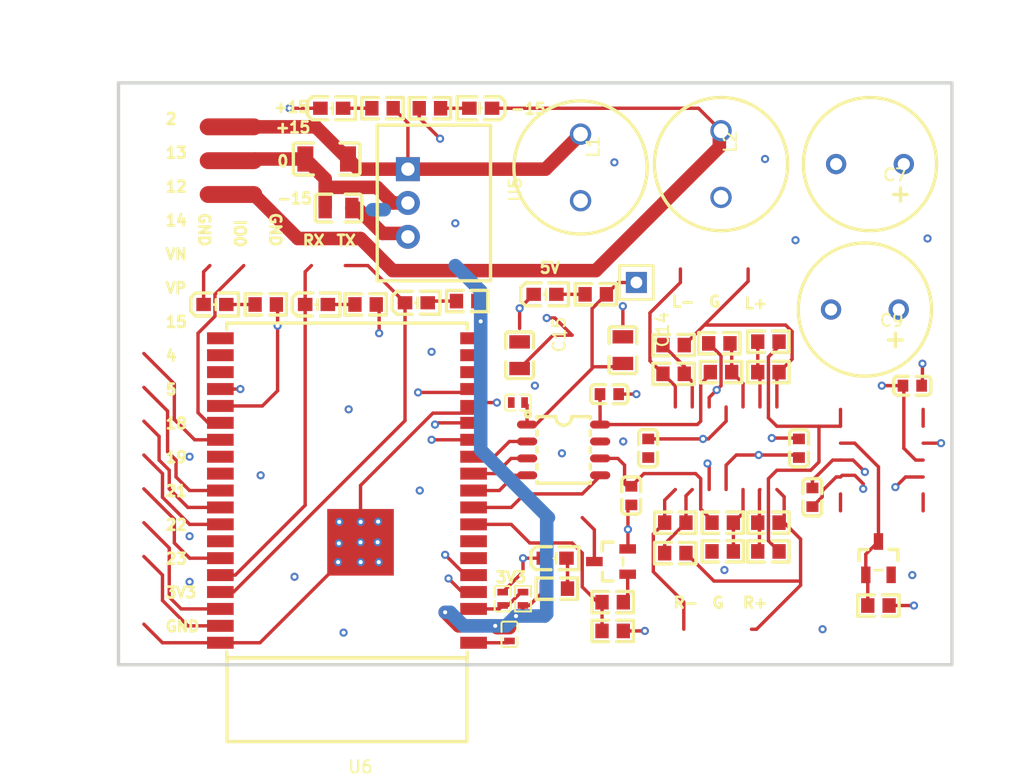
<source format=kicad_pcb>
(kicad_pcb (version 20240108) (generator "pcbnew") (generator_version "8.0")
  (layers (0 "F.Cu" signal "TopLayer") (1 "In1.Cu" signal "Inner1") (2 "In2.Cu" signal "Inner2") (31 "B.Cu" signal "BottomLayer") (34 "B.Paste" user "BottomPasteMaskLayer") (35 "F.Paste" user "TopPasteMaskLayer") (36 "B.SilkS" user "BottomSilkLayer") (37 "F.SilkS" user "TopSilkLayer") (38 "B.Mask" user "BottomSolderMaskLayer") (39 "F.Mask" user "TopSolderMaskLayer") (44 "Edge.Cuts" user "BoardOutLine"))
  (net 0 "")
  (net 1 "3.3V")
  (net 2 "-VCLEAN")
  (net 3 "GND")
  (net 4 "+VCLEAN")
  (net 5 "IO14")
  (net 6 "IO2")
  (net 7 "IO13")
  (net 8 "IO12")
  (net 9 "SENSOR_VN")
  (net 10 "SENSOR_VP")
  (net 11 "IO15")
  (net 12 "L")
  (net 13 "R")
  (net 14 "5V")
  (net 15 "-15V")
  (net 16 "IO4")
  (net 17 "IO5")
  (net 18 "IO18")
  (net 19 "IO19")
  (net 20 "IO21")
  (net 21 "IO22")
  (net 22 "IO23")
  (net 23 "TX")
  (net 24 "RX")
  (net 25 "LED_RX1_1")
  (net 26 "LED_2_1")
  (net 27 "LED_TX1_1")
  (net 28 "LON")
  (net 29 "LDAC")
  (net 30 "SDI")
  (net 31 "R16_1")
  (net 32 "R14_2")
  (net 33 "LED_33_1")
  (net 34 "LASER-")
  (net 35 "LED_5_1")
  (net 36 "VREF")
  (net 37 "SCK")
  (net 38 "CS")
  (net 39 "VREF_B")
  (net 40 "R9_1")
  (net 41 "R1_1")
  (net 42 "R2_2")
  (net 43 "R+")
  (net 44 "L+")
  (net 45 "L-")
  (net 46 "R6_2")
  (net 47 "R5_2")
  (net 48 "R-")
  (net 49 "R11_1")
  (net 50 "+15V")
  (net 51 "R17_1")
  (net 52 "R18_1")
  (net 53 "IO0")
  (footprint "BackupProjects_benedictdied_personal_0_20240606:CAP-D10.0×F5.0" (layer "F.Cu") (at 170.165 88.697 180)
    (property "Reference" "C7")
    (property "Value" "1000u" (hide yes))
  )
  (footprint "BackupProjects_benedictdied_personal_0_20240606:LED0603-R-RD" (layer "F.Cu") (at 146.543 118.288)
    (property "Reference" "LED_33" (hide yes))
    (property "Value" "19-213/Y2C-CQ2R2L/3T(CY)" (hide yes))
  )
  (footprint "BackupProjects_benedictdied_personal_0_20240606:LED0603-R-RD" (layer "F.Cu") (at 145.781 98.476)
    (property "Reference" "LED_5" (hide yes))
    (property "Value" "19-213/Y2C-CQ2R2L/3T(CY)" (hide yes))
  )
  (footprint "BackupProjects_benedictdied_personal_0_20240606:C0603" (layer "F.Cu") (at 150.607 105.969 180)
    (property "Reference" "C6" (hide yes))
    (property "Value" "1uF" (hide yes))
  )
  (footprint "BackupProjects_benedictdied_personal_0_20240606:IND-TH_BD10.0-P5.00-D0.7" (layer "F.Cu") (at 158.989 88.697 -90)
    (property "Reference" "L2")
    (property "Value" "10m" (hide yes))
  )
  (footprint "BackupProjects_benedictdied_personal_0_20240606:R0603" (layer "F.Cu") (at 155.4311 102.286 180)
    (property "Reference" "R10" (hide yes))
    (property "Value" "10K" (hide yes))
  )
  (footprint "BackupProjects_benedictdied_personal_0_20240606:IND-TH_BD10.0-P5.00-D0.7" (layer "F.Cu") (at 148.448 88.951 -90)
    (property "Reference" "L1")
    (property "Value" "10m" (hide yes))
  )
  (footprint "BackupProjects_benedictdied_personal_0_20240606:R0603" (layer "F.Cu") (at 139.939 98.984)
    (property "Reference" "R25" (hide yes))
    (property "Value" "10K" (hide yes))
  )
  (footprint "BackupProjects_benedictdied_personal_0_20240606:R0603" (layer "F.Cu") (at 133.589 84.506)
    (property "Reference" "R17" (hide yes))
    (property "Value" "10K" (hide yes))
  )
  (footprint "BackupProjects_benedictdied_personal_0_20240606:R0603" (layer "F.Cu") (at 162.5431 117.78 180)
    (property "Reference" "R4" (hide yes))
    (property "Value" "10K" (hide yes))
  )
  (footprint "BackupProjects_benedictdied_personal_0_20240606:R0402" (layer "F.Cu") (at 144.13 121.336 -90)
    (property "Reference" "R16" (hide yes))
    (property "Value" "10K" (hide yes))
  )
  (footprint "BackupProjects_benedictdied_personal_0_20240606:LED0603-R-RD" (layer "F.Cu") (at 136.129 99.111)
    (property "Reference" "LED_TX1" (hide yes))
    (property "Value" "19-213/Y2C-CQ2R2L/3T(CY)" (hide yes))
  )
  (footprint "BackupProjects_benedictdied_personal_0_20240606:Hole_gge7236" (layer "F.Cu") (at 143.495 94.285)
    (property "Reference" "Hole_gge7236" (hide yes))
    (property "Value" "Hole_gge7236" (hide yes))
  )
  (footprint "BackupProjects_benedictdied_personal_0_20240606:R0603" (layer "F.Cu") (at 150.8591 121.59)
    (property "Reference" "R14" (hide yes))
    (property "Value" "100" (hide yes))
  )
  (footprint "BackupProjects_benedictdied_personal_0_20240606:C0603" (layer "F.Cu") (at 173.34 105.334 180)
    (property "Reference" "C8" (hide yes))
    (property "Value" "100nF" (hide yes))
  )
  (footprint "BackupProjects_benedictdied_personal_0_20240606:C0805" (layer "F.Cu") (at 143.876 103.048 -90)
    (property "Reference" "C15")
    (property "Value" "10uF" (hide yes))
  )
  (footprint "BackupProjects_benedictdied_personal_0_20240606:C0603" (layer "F.Cu") (at 164.831 110.033 -90)
    (property "Reference" "C13" (hide yes))
    (property "Value" "100nF" (hide yes))
  )
  (footprint "BackupProjects_benedictdied_personal_0_20240606:CAP-D10.0×F5.0" (layer "F.Cu") (at 169.784 99.619 180)
    (property "Reference" "C9")
    (property "Value" "1000u" (hide yes))
  )
  (footprint "BackupProjects_benedictdied_personal_0_20240606:R0603" (layer "F.Cu") (at 155.5581 117.907 180)
    (property "Reference" "R12" (hide yes))
    (property "Value" "10K" (hide yes))
  )
  (footprint "BackupProjects_benedictdied_personal_0_20240606:C0805" (layer "F.Cu") (at 151.623 102.667 -90)
    (property "Reference" "C14")
    (property "Value" "10uF" (hide yes))
  )
  (footprint "BackupProjects_benedictdied_personal_0_20240606:PWRM-TH_K78XXM-1000R3" (layer "F.Cu") (at 135.494 91.618 -90)
    (property "Reference" "U5")
    (property "Value" "K7803M-1000R3" (hide yes))
  )
  (footprint "BackupProjects_benedictdied_personal_0_20240606:R0603" (layer "F.Cu") (at 155.5581 115.621 180)
    (property "Reference" "R11" (hide yes))
    (property "Value" "10K" (hide yes))
  )
  (footprint "BackupProjects_benedictdied_personal_0_20240606:Hole_gge7226" (layer "F.Cu") (at 174.229 124.257)
    (property "Reference" "Hole_gge7226" (hide yes))
    (property "Value" "Hole_gge7226" (hide yes))
  )
  (footprint "BackupProjects_benedictdied_personal_0_20240606:R0603" (layer "F.Cu") (at 162.5431 102.032 180)
    (property "Reference" "R6" (hide yes))
    (property "Value" "10K" (hide yes))
  )
  (footprint "BackupProjects_benedictdied_personal_0_20240606:LED0603-R-RD" (layer "F.Cu") (at 140.955 84.506 180)
    (property "Reference" "LED_-15" (hide yes))
    (property "Value" "19-213/Y2C-CQ2R2L/3T(CY)" (hide yes))
  )
  (footprint "BackupProjects_benedictdied_personal_0_20240606:C0402" (layer "F.Cu") (at 143.114 124.003 -90)
    (property "Reference" "C11" (hide yes))
    (property "Value" "10uF" (hide yes))
  )
  (footprint "BackupProjects_benedictdied_personal_0_20240606:R0603" (layer "F.Cu") (at 170.8 121.844)
    (property "Reference" "R15" (hide yes))
    (property "Value" "10K" (hide yes))
  )
  (footprint "BackupProjects_benedictdied_personal_0_20240606:R0603" (layer "F.Cu") (at 162.5431 115.621)
    (property "Reference" "R1" (hide yes))
    (property "Value" "20K" (hide yes))
  )
  (footprint "BackupProjects_benedictdied_personal_0_20240606:C0603" (layer "F.Cu") (at 153.528 110.033 90)
    (property "Reference" "C17" (hide yes))
    (property "Value" "100nF" (hide yes))
  )
  (footprint "BackupProjects_benedictdied_personal_0_20240606:C0603" (layer "F.Cu") (at 152.258 113.589 90)
    (property "Reference" "C5" (hide yes))
    (property "Value" "1uF" (hide yes))
  )
  (footprint "BackupProjects_benedictdied_personal_0_20240606:R0603" (layer "F.Cu") (at 159.1141 115.621)
    (property "Reference" "R3" (hide yes))
    (property "Value" "10K" (hide yes))
  )
  (footprint "BackupProjects_benedictdied_personal_0_20240606:R0603" (layer "F.Cu") (at 162.5431 104.318)
    (property "Reference" "R7" (hide yes))
    (property "Value" "20K" (hide yes))
  )
  (footprint "BackupProjects_benedictdied_personal_0_20240606:LED0603-R-RD" (layer "F.Cu") (at 129.779 84.506)
    (property "Reference" "LED_15" (hide yes))
    (property "Value" "19-213/Y2C-CQ2R2L/3T(CY)" (hide yes))
  )
  (footprint "BackupProjects_benedictdied_personal_0_20240606:R0603" (layer "F.Cu") (at 149.5891 98.476)
    (property "Reference" "R23" (hide yes))
    (property "Value" "10K" (hide yes))
  )
  (footprint "BackupProjects_benedictdied_personal_0_20240606:R0603" (layer "F.Cu") (at 155.4311 104.445 180)
    (property "Reference" "R9" (hide yes))
    (property "Value" "10K" (hide yes))
  )
  (footprint "BackupProjects_benedictdied_personal_0_20240606:R0603" (layer "F.Cu") (at 132.319 99.238)
    (property "Reference" "R24" (hide yes))
    (property "Value" "10K" (hide yes))
  )
  (footprint "BackupProjects_benedictdied_personal_0_20240606:R0603" (layer "F.Cu") (at 137.145 84.506 180)
    (property "Reference" "R18" (hide yes))
    (property "Value" "10K" (hide yes))
  )
  (footprint "BackupProjects_benedictdied_personal_0_20240606:R0603" (layer "F.Cu") (at 159.1141 117.78)
    (property "Reference" "R2" (hide yes))
    (property "Value" "20K" (hide yes))
  )
  (footprint "BackupProjects_benedictdied_personal_0_20240606:R0603" (layer "F.Cu") (at 146.6681 120.574 180)
    (property "Reference" "R21" (hide yes))
    (property "Value" "10K" (hide yes))
  )
  (footprint "BackupProjects_benedictdied_personal_0_20240606:SOT-23-3_L2.9-W1.6-P1.90-LS2.8-BR" (layer "F.Cu") (at 150.734 118.542)
    (property "Reference" "Q1" (hide yes))
    (property "Value" "AO3400A" (hide yes))
  )
  (footprint "BackupProjects_benedictdied_personal_0_20240606:R0603" (layer "F.Cu") (at 150.8591 123.749 180)
    (property "Reference" "R13" (hide yes))
    (property "Value" "1M" (hide yes))
  )
  (footprint "BackupProjects_benedictdied_personal_0_20240606:C0402" (layer "F.Cu") (at 142.606 121.336 -90)
    (property "Reference" "C10" (hide yes))
    (property "Value" "100nF" (hide yes))
  )
  (footprint "BackupProjects_benedictdied_personal_0_20240606:R0603" (layer "F.Cu") (at 158.9871 104.318)
    (property "Reference" "R5" (hide yes))
    (property "Value" "10K" (hide yes))
  )
  (footprint "BackupProjects_benedictdied_personal_0_20240606:LED0603-R-RD" (layer "F.Cu") (at 121.016 99.238)
    (property "Reference" "LED_2" (hide yes))
    (property "Value" "19-213/Y2C-CQ2R2L/3T(CY)" (hide yes))
  )
  (footprint "BackupProjects_benedictdied_personal_0_20240606:C0402" (layer "F.Cu") (at 143.749 106.604)
    (property "Reference" "C1" (hide yes))
    (property "Value" "100nF" (hide yes))
  )
  (footprint "BackupProjects_benedictdied_personal_0_20240606:Hole_gge7231" (layer "F.Cu") (at 164.45 84.379)
    (property "Reference" "Hole_gge7231" (hide yes))
    (property "Value" "Hole_gge7231" (hide yes))
  )
  (footprint "BackupProjects_benedictdied_personal_0_20240606:C1206" (layer "F.Cu") (at 129.398 88.316)
    (property "Reference" "C18" (hide yes))
    (property "Value" "10uF" (hide yes))
  )
  (footprint "BackupProjects_benedictdied_personal_0_20240606:SOT-23-3_L2.9-W1.6-P1.90-LS2.8-BR" (layer "F.Cu") (at 170.8019 118.288 -90)
    (property "Reference" "U3" (hide yes))
    (property "Value" "ADR5040ARTZ-REEL7_C144273" (hide yes))
  )
  (footprint "BackupProjects_benedictdied_personal_0_20240606:C0603" (layer "F.Cu") (at 165.847 113.716 90)
    (property "Reference" "C2" (hide yes))
    (property "Value" "100nF" (hide yes))
  )
  (footprint "BackupProjects_benedictdied_personal_0_20240606:R0603" (layer "F.Cu") (at 124.826 99.238)
    (property "Reference" "R22" (hide yes))
    (property "Value" "10K" (hide yes))
  )
  (footprint "BackupProjects_benedictdied_personal_0_20240606:R0603" (layer "F.Cu") (at 158.8601 102.159)
    (property "Reference" "R8" (hide yes))
    (property "Value" "20K" (hide yes))
  )
  (footprint "BackupProjects_benedictdied_personal_0_20240606:WIFIM-SMD_39P-L31.4-W18.0-P1.27" (layer "F.Cu") (at 130.922 113.208 180)
    (property "Reference" "U6")
    (property "Value" "ESP32-WROVER-B" (hide yes))
  )
  (footprint "BackupProjects_benedictdied_personal_0_20240606:SOIC-8_L4.9-W3.9-P1.27-LS6.0-BL" (layer "F.Cu") (at 147.178 110.16 -90)
    (property "Reference" "U4" (hide yes))
    (property "Value" "MCP4822-E/SN" (hide yes))
  )
  (footprint "BackupProjects_benedictdied_personal_0_20240606:C0805" (layer "F.Cu") (at 130.287 91.999)
    (property "Reference" "C12" (hide yes))
    (property "Value" "22uF" (hide yes))
  )
  (footprint "BackupProjects_benedictdied_personal_0_20240606:HDR-M-2.54_1X1" (layer "F.Cu") (at 152.639 97.587)
    (property "Reference" "J2" (hide yes))
    (property "Value" "HDR-M-2.54_1x1" (hide yes))
  )
  (footprint "BackupProjects_benedictdied_personal_0_20240606:LED0603-R-RD" (layer "F.Cu") (at 128.636 99.238)
    (property "Reference" "LED_RX1" (hide yes))
    (property "Value" "19-213/Y2C-CQ2R2L/3T(CY)" (hide yes))
  )
  (gr_line (start 113.777 126.289) (end 113.777 82.601) (stroke (width 0.254)) (layer "Edge.Cuts"))
  (gr_line (start 113.777 82.601) (end 176.3119 82.601) (stroke (width 0.254)) (layer "Edge.Cuts"))
  (gr_line (start 176.3119 126.289) (end 113.777 126.289) (stroke (width 0.254)) (layer "Edge.Cuts"))
  (gr_line (start 176.3119 82.601) (end 176.3119 126.289) (stroke (width 0.254)) (layer "Edge.Cuts"))
  (gr_text "3V3" (at 141.971 119.2532 0) (layer "F.SilkS") (effects (font (size 0.8128 0.8128) (thickness 0.2032)) (justify left top)))
  (gr_text "TX" (at 130.033 93.9802 0) (layer "F.SilkS") (effects (font (size 0.8128 0.8128) (thickness 0.2032)) (justify left top)))
  (gr_text "R+" (at 160.513 121.1582 0) (layer "F.SilkS") (effects (font (size 0.8128 0.8128) (thickness 0.2032)) (justify left top)))
  (gr_text "13" (at 117.206 87.3762 0) (layer "F.SilkS") (effects (font (size 0.8128 0.8128) (thickness 0.2032)) (justify left top)))
  (gr_text "GND" (at 120.6858 92.253 270) (layer "F.SilkS") (effects (font (size 0.8128 0.8128) (thickness 0.2032)) (justify left top)))
  (gr_text "15" (at 117.206 100.0762 0) (layer "F.SilkS") (effects (font (size 0.8128 0.8128) (thickness 0.2032)) (justify left top)))
  (gr_text "23" (at 117.206 117.8562 0) (layer "F.SilkS") (effects (font (size 0.8128 0.8128) (thickness 0.2032)) (justify left top)))
  (gr_text "+15" (at 125.334 83.9472 0) (layer "F.SilkS") (effects (font (size 0.8128 0.8128) (thickness 0.2032)) (justify left top)))
  (gr_text "L+" (at 160.64 98.6792 0) (layer "F.SilkS") (effects (font (size 0.8128 0.8128) (thickness 0.2032)) (justify left top)))
  (gr_text "22" (at 117.206 115.3162 0) (layer "F.SilkS") (effects (font (size 0.8128 0.8128) (thickness 0.2032)) (justify left top)))
  (gr_text "21" (at 117.206 112.7762 0) (layer "F.SilkS") (effects (font (size 0.8128 0.8128) (thickness 0.2032)) (justify left top)))
  (gr_text "14" (at 117.206 92.4562 0) (layer "F.SilkS") (effects (font (size 0.8128 0.8128) (thickness 0.2032)) (justify left top)))
  (gr_text "G" (at 158.227 121.1582 0) (layer "F.SilkS") (effects (font (size 0.8128 0.8128) (thickness 0.2032)) (justify left top)))
  (gr_text "+15" (at 125.461 85.4712 0) (layer "F.SilkS") (effects (font (size 0.8128 0.8128) (thickness 0.2032)) (justify left top)))
  (gr_text "3V3" (at 117.206 120.3962 0) (layer "F.SilkS") (effects (font (size 0.8128 0.8128) (thickness 0.2032)) (justify left top)))
  (gr_text "VN" (at 117.206 94.9962 0) (layer "F.SilkS") (effects (font (size 0.8128 0.8128) (thickness 0.2032)) (justify left top)))
  (gr_text "IO0" (at 123.3528 92.761 270) (layer "F.SilkS") (effects (font (size 0.8128 0.8128) (thickness 0.2032)) (justify left top)))
  (gr_text "L-" (at 155.179 98.5522 0) (layer "F.SilkS") (effects (font (size 0.8128 0.8128) (thickness 0.2032)) (justify left top)))
  (gr_text "5" (at 117.206 105.1562 0) (layer "F.SilkS") (effects (font (size 0.8128 0.8128) (thickness 0.2032)) (justify left top)))
  (gr_text "GND" (at 126.0198 92.253 270) (layer "F.SilkS") (effects (font (size 0.8128 0.8128) (thickness 0.2032)) (justify left top)))
  (gr_text "2" (at 117.206 84.8362 0) (layer "F.SilkS") (effects (font (size 0.8128 0.8128) (thickness 0.2032)) (justify left top)))
  (gr_text "18" (at 117.206 107.6962 0) (layer "F.SilkS") (effects (font (size 0.8128 0.8128) (thickness 0.2032)) (justify left top)))
  (gr_text "19" (at 117.206 110.2362 0) (layer "F.SilkS") (effects (font (size 0.8128 0.8128) (thickness 0.2032)) (justify left top)))
  (gr_text "GND" (at 117.206 122.9362 0) (layer "F.SilkS") (effects (font (size 0.8128 0.8128) (thickness 0.2032)) (justify left top)))
  (gr_text "VP" (at 117.206 97.5362 0) (layer "F.SilkS") (effects (font (size 0.8128 0.8128) (thickness 0.2032)) (justify left top)))
  (gr_text "R-" (at 155.306 121.1582 0) (layer "F.SilkS") (effects (font (size 0.8128 0.8128) (thickness 0.2032)) (justify left top)))
  (gr_text "RX" (at 127.493 93.9802 0) (layer "F.SilkS") (effects (font (size 0.8128 0.8128) (thickness 0.2032)) (justify left top)))
  (gr_text "G" (at 157.973 98.5522 0) (layer "F.SilkS") (effects (font (size 0.8128 0.8128) (thickness 0.2032)) (justify left top)))
  (gr_text "-15" (at 125.588 90.8052 0) (layer "F.SilkS") (effects (font (size 0.8128 0.8128) (thickness 0.2032)) (justify left top)))
  (gr_text "12" (at 117.206 89.9162 0) (layer "F.SilkS") (effects (font (size 0.8128 0.8128) (thickness 0.2032)) (justify left top)))
  (gr_text "0" (at 125.588 88.0112 0) (layer "F.SilkS") (effects (font (size 0.8128 0.8128) (thickness 0.2032)) (justify left top)))
  (gr_text "5V" (at 145.273 96.0122 0) (layer "F.SilkS") (effects (font (size 0.8128 0.8128) (thickness 0.2032)) (justify left top)))
  (gr_text "4" (at 117.206 102.6162 0) (layer "F.SilkS") (effects (font (size 0.8128 0.8128) (thickness 0.2032)) (justify left top)))
  (gr_text "-15" (at 143.114 84.0742 0) (layer "F.SilkS") (effects (font (size 0.8128 0.8128) (thickness 0.2032)) (justify left top)))
  (segment (start 174.1541 113.462) (end 174.1541 114.732) (width 0.254) (layer "F.Cu") (net 0))
  (segment (start 174.1541 107.112) (end 174.1541 108.382) (width 0.254) (layer "F.Cu") (net 0))
  (segment (start 167.9539 113.462) (end 167.9539 114.732) (width 0.254) (layer "F.Cu") (net 0))
  (via (at 174.483 94.285) (size 0.6096) (drill 0.3048) (layers "F.Cu" "B.Cu") (net 0))
  (via (at 136.383 113.208) (size 0.6096) (drill 0.3048) (layers "F.Cu" "B.Cu") (net 0))
  (via (at 124.445 112.065) (size 0.6096) (drill 0.3048) (layers "F.Cu" "B.Cu") (net 0))
  (via (at 164.577 94.412) (size 0.6096) (drill 0.3048) (layers "F.Cu" "B.Cu") (net 0))
  (via (at 166.609 123.622) (size 0.6096) (drill 0.3048) (layers "F.Cu" "B.Cu") (net 0))
  (via (at 147.051 110.414) (size 0.6096) (drill 0.3048) (layers "F.Cu" "B.Cu") (net 0))
  (via (at 126.985 119.685) (size 0.6096) (drill 0.3048) (layers "F.Cu" "B.Cu") (net 0))
  (via (at 131.049 107.112) (size 0.6096) (drill 0.3048) (layers "F.Cu" "B.Cu") (net 0))
  (via (at 130.668 123.876) (size 0.6096) (drill 0.3048) (layers "F.Cu" "B.Cu") (net 0))
  (segment (start 142.1813 123.5031) (end 143.114 123.5031) (width 1.016) (layer "F.Cu") (net 1))
  (segment (start 144.6081 121.8359) (end 145.8701 120.574) (width 0.254) (layer "F.Cu") (net 1))
  (segment (start 131.684 91.999) (end 133.589 93.904) (width 1.016) (layer "F.Cu") (net 1))
  (segment (start 139.304 123.368) (end 140.4221 123.368) (width 1.016) (layer "F.Cu") (net 1))
  (segment (start 140.4221 123.368) (end 142.0462 123.368) (width 1.016) (layer "F.Cu") (net 1))
  (segment (start 133.335 99.4541) (end 133.335 101.397) (width 0.254) (layer "F.Cu") (net 1))
  (segment (start 133.1189 99.238) (end 133.335 99.4541) (width 0.254) (layer "F.Cu") (net 1))
  (segment (start 133.589 93.904) (end 135.24 93.904) (width 1.016) (layer "F.Cu") (net 1))
  (segment (start 140.955 99.2001) (end 140.955 100.508) (width 0.254) (layer "F.Cu") (net 1))
  (segment (start 140.7389 98.984) (end 140.955 99.2001) (width 0.254) (layer "F.Cu") (net 1))
  (segment (start 143.7262 122.5098) (end 144.1301 122.1059) (width 0.254) (layer "F.Cu") (net 1))
  (segment (start 131.287 91.999) (end 131.684 91.999) (width 1.016) (layer "F.Cu") (net 1))
  (segment (start 138.288 122.352) (end 139.304 123.368) (width 1.016) (layer "F.Cu") (net 1))
  (segment (start 144.1301 122.1059) (end 144.1301 121.8359) (width 0.254) (layer "F.Cu") (net 1))
  (segment (start 135.24 93.904) (end 135.494 94.158) (width 1.016) (layer "F.Cu") (net 1))
  (segment (start 143.6035 122.6324) (end 143.114 123.1219) (width 0.254) (layer "F.Cu") (net 1))
  (segment (start 143.114 123.1219) (end 143.114 123.5031) (width 0.254) (layer "F.Cu") (net 1))
  (segment (start 144.1301 121.8359) (end 144.6081 121.8359) (width 0.254) (layer "F.Cu") (net 1))
  (segment (start 142.0462 123.368) (end 142.1813 123.5031) (width 1.016) (layer "F.Cu") (net 1))
  (via (at 140.955 100.508) (size 0.6096) (drill 0.3048) (layers "F.Cu" "B.Cu") (net 1))
  (via (at 133.335 101.397) (size 0.6096) (drill 0.3048) (layers "F.Cu" "B.Cu") (net 1))
  (via (at 142.0462 123.368) (size 0.6096) (drill 0.3048) (layers "F.Cu" "B.Cu") (net 1))
  (via (at 143.6035 122.6324) (size 0.6096) (drill 0.3048) (layers "F.Cu" "B.Cu") (net 1))
  (via (at 138.288 122.352) (size 0.6096) (drill 0.3048) (layers "F.Cu" "B.Cu") (net 1))
  (segment (start 143.6035 122.6325) (end 142.868 123.368) (width 1.016) (layer "B.Cu") (net 1))
  (segment (start 145.7545 122.6325) (end 143.6035 122.6325) (width 1.016) (layer "B.Cu") (net 1))
  (segment (start 139.685 123.368) (end 138.669 122.352) (width 1.016) (layer "B.Cu") (net 1))
  (segment (start 146.035 115.24) (end 145.908 115.367) (width 1.016) (layer "B.Cu") (net 1))
  (segment (start 139.05 96.317) (end 140.955 98.222) (width 1.016) (layer "B.Cu") (net 1))
  (segment (start 142.868 123.368) (end 142.0462 123.368) (width 1.016) (layer "B.Cu") (net 1))
  (segment (start 140.955 110.16) (end 146.035 115.24) (width 1.016) (layer "B.Cu") (net 1))
  (segment (start 138.669 122.352) (end 138.288 122.352) (width 1.016) (layer "B.Cu") (net 1))
  (segment (start 145.908 115.367) (end 145.908 122.479) (width 1.016) (layer "B.Cu") (net 1))
  (segment (start 142.0462 123.368) (end 139.685 123.368) (width 1.016) (layer "B.Cu") (net 1))
  (segment (start 132.827 92.126) (end 133.716 92.126) (width 1.016) (layer "B.Cu") (net 1))
  (segment (start 140.955 98.222) (end 140.955 100.508) (width 1.016) (layer "B.Cu") (net 1))
  (segment (start 145.908 122.479) (end 145.7545 122.6325) (width 1.016) (layer "B.Cu") (net 1))
  (segment (start 140.955 100.508) (end 140.955 110.16) (width 1.016) (layer "B.Cu") (net 1))
  (segment (start 172.6401 105.334) (end 171.054 105.334) (width 0.254) (layer "F.Cu") (net 2))
  (segment (start 153.528 109.3331) (end 157.6372 109.3331) (width 0.254) (layer "F.Cu") (net 2))
  (segment (start 159.37 108.001) (end 159.37 106.9329) (width 0.254) (layer "F.Cu") (net 2))
  (segment (start 172.6401 105.334) (end 172.705 105.3989) (width 0.254) (layer "F.Cu") (net 2))
  (segment (start 157.6372 109.3331) (end 158.0379 109.3331) (width 0.254) (layer "F.Cu") (net 2))
  (segment (start 173.594 110.922) (end 174.1541 110.922) (width 0.254) (layer "F.Cu") (net 2))
  (segment (start 158.0379 109.3331) (end 159.37 108.001) (width 0.254) (layer "F.Cu") (net 2))
  (segment (start 172.705 105.3989) (end 172.705 110.033) (width 0.254) (layer "F.Cu") (net 2))
  (segment (start 172.705 110.033) (end 173.594 110.922) (width 0.254) (layer "F.Cu") (net 2))
  (via (at 157.6372 109.3332) (size 0.6096) (drill 0.3048) (layers "F.Cu" "B.Cu") (net 2))
  (via (at 171.054 105.334) (size 0.6096) (drill 0.3048) (layers "F.Cu" "B.Cu") (net 2))
  (segment (start 117.079 124.638) (end 121.4219 124.638) (width 0.254) (layer "F.Cu") (net 3))
  (segment (start 166.5778 113.2392) (end 166.5778 113.6851) (width 0.254) (layer "F.Cu") (net 3))
  (segment (start 131.939 112.826) (end 131.939 117.095) (width 0.254) (layer "F.Cu") (net 3))
  (segment (start 124.396 124.638) (end 131.939 117.095) (width 0.254) (layer "F.Cu") (net 3))
  (segment (start 169.022 112.065) (end 169.657 112.7) (width 0.254) (layer "F.Cu") (net 3))
  (segment (start 167.625 112.192) (end 166.5778 113.2392) (width 0.254) (layer "F.Cu") (net 3))
  (segment (start 134.351 91.618) (end 135.494 91.618) (width 1.016) (layer "F.Cu") (net 3))
  (segment (start 127.7979 88.316) (end 129.287 89.8051) (width 1.016) (layer "F.Cu") (net 3))
  (segment (start 143.114 124.5031) (end 142.9791 124.638) (width 0.254) (layer "F.Cu") (net 3))
  (segment (start 143.876 99.5301) (end 143.876 101.04) (width 0.254) (layer "F.Cu") (net 3))
  (segment (start 168.0809 112.065) (end 169.022 112.065) (width 0.254) (layer "F.Cu") (net 3))
  (segment (start 151.3069 105.969) (end 152.639 105.969) (width 0.254) (layer "F.Cu") (net 3))
  (segment (start 174.1541 109.652) (end 175.499 109.652) (width 0.254) (layer "F.Cu") (net 3))
  (segment (start 158.1 106.223) (end 158.6637 105.6593) (width 0.254) (layer "F.Cu") (net 3))
  (segment (start 143.876 99.5301) (end 143.876 99.5301) (width 0.254) (layer "F.Cu") (net 3))
  (segment (start 144.9301 98.476) (end 143.876 99.5301) (width 0.254) (layer "F.Cu") (net 3))
  (segment (start 136.3449 84.506) (end 136.3449 85.2299) (width 0.254) (layer "F.Cu") (net 3))
  (segment (start 167.9539 112.192) (end 168.0809 112.065) (width 0.254) (layer "F.Cu") (net 3))
  (segment (start 152.004 117.5717) (end 151.9837 117.592) (width 0.254) (layer "F.Cu") (net 3))
  (segment (start 158.1 106.9329) (end 158.1 106.223) (width 0.254) (layer "F.Cu") (net 3))
  (segment (start 158.6637 105.6593) (end 158.989 105.334) (width 0.254) (layer "F.Cu") (net 3))
  (segment (start 140.4216 106.858) (end 140.4216 107.3965) (width 0.254) (layer "F.Cu") (net 3))
  (segment (start 166.5778 113.6851) (end 165.847 114.4159) (width 0.254) (layer "F.Cu") (net 3))
  (segment (start 145.6921 118.288) (end 144.13 118.288) (width 0.254) (layer "F.Cu") (net 3))
  (segment (start 174.102 105.2719) (end 174.102 103.683) (width 0.254) (layer "F.Cu") (net 3))
  (segment (start 158.989 105.334) (end 158.989 103.086) (width 0.254) (layer "F.Cu") (net 3))
  (segment (start 120.635 96.317) (end 120.1651 96.7869) (width 0.254) (layer "F.Cu") (net 3))
  (segment (start 129.287 90.444) (end 133.177 90.444) (width 1.016) (layer "F.Cu") (net 3))
  (segment (start 121.4219 124.638) (end 124.396 124.638) (width 0.254) (layer "F.Cu") (net 3))
  (segment (start 142.606 120.8361) (end 144.13 119.3121) (width 0.254) (layer "F.Cu") (net 3))
  (segment (start 167.9539 112.192) (end 167.625 112.192) (width 0.254) (layer "F.Cu") (net 3))
  (segment (start 120.1651 96.7869) (end 120.1651 99.238) (width 0.254) (layer "F.Cu") (net 3))
  (segment (start 172.832 112.192) (end 172.07 112.954) (width 0.254) (layer "F.Cu") (net 3))
  (segment (start 124.064 88.316) (end 127.7979 88.316) (width 1.016) (layer "F.Cu") (net 3))
  (segment (start 151.623 100.913) (end 151.623 99.365) (width 0.254) (layer "F.Cu") (net 3))
  (segment (start 129.287 89.8051) (end 129.287 91.999) (width 1.016) (layer "F.Cu") (net 3))
  (segment (start 164.7689 109.271) (end 162.799 109.271) (width 0.254) (layer "F.Cu") (net 3))
  (segment (start 137.3685 107.3965) (end 131.939 112.826) (width 0.254) (layer "F.Cu") (net 3))
  (segment (start 164.831 109.3331) (end 164.7689 109.271) (width 0.254) (layer "F.Cu") (net 3))
  (segment (start 158.1 111.303) (end 157.973 111.176) (width 0.254) (layer "F.Cu") (net 3))
  (segment (start 169.657 112.7) (end 169.657 113.081) (width 0.254) (layer "F.Cu") (net 3))
  (segment (start 115.682 123.241) (end 117.079 124.638) (width 0.254) (layer "F.Cu") (net 3))
  (segment (start 174.1541 112.192) (end 172.832 112.192) (width 0.254) (layer "F.Cu") (net 3))
  (segment (start 140.4216 107.3965) (end 137.3685 107.3965) (width 0.254) (layer "F.Cu") (net 3))
  (segment (start 128.928 84.506) (end 126.604 84.506) (width 0.254) (layer "F.Cu") (net 3))
  (segment (start 144.13 119.3121) (end 144.13 118.288) (width 0.254) (layer "F.Cu") (net 3))
  (segment (start 152.004 116.129) (end 152.004 117.5717) (width 0.254) (layer "F.Cu") (net 3))
  (segment (start 174.0399 105.334) (end 174.102 105.2719) (width 0.254) (layer "F.Cu") (net 3))
  (segment (start 123.937 88.443) (end 124.064 88.316) (width 1.016) (layer "F.Cu") (net 3))
  (segment (start 133.177 90.444) (end 134.351 91.618) (width 1.016) (layer "F.Cu") (net 3))
  (segment (start 158.1 113.1331) (end 158.1 111.303) (width 0.254) (layer "F.Cu") (net 3))
  (segment (start 140.4221 106.858) (end 140.6761 106.604) (width 0.254) (layer "F.Cu") (net 3))
  (segment (start 158.989 103.086) (end 158.062 102.159) (width 0.254) (layer "F.Cu") (net 3))
  (segment (start 152.258 114.2889) (end 152.004 114.5429) (width 0.254) (layer "F.Cu") (net 3))
  (segment (start 120.508 88.443) (end 123.937 88.443) (width 1.27) (layer "F.Cu") (net 3))
  (segment (start 152.004 114.5429) (end 152.004 116.129) (width 0.254) (layer "F.Cu") (net 3))
  (segment (start 140.6761 106.604) (end 142.1702 106.604) (width 0.254) (layer "F.Cu") (net 3))
  (segment (start 142.9791 124.638) (end 140.4221 124.638) (width 0.254) (layer "F.Cu") (net 3))
  (segment (start 136.3449 85.2299) (end 137.907 86.792) (width 0.254) (layer "F.Cu") (net 3))
  (segment (start 140.4221 106.858) (end 140.4221 106.858) (width 0.254) (layer "F.Cu") (net 3))
  (segment (start 151.661 123.749) (end 153.274 123.749) (width 0.254) (layer "F.Cu") (net 3))
  (via (at 143.876 99.5301) (size 0.6096) (drill 0.3048) (layers "F.Cu" "B.Cu") (net 3))
  (via (at 119.111 116.637) (size 0.6096) (drill 0.3048) (layers "F.Cu" "B.Cu") (net 3))
  (via (at 130.2575 118.5849) (size 0.6096) (drill 0.3048) (layers "F.Cu" "B.Cu") (net 3))
  (via (at 126.604 84.506) (size 0.6096) (drill 0.3048) (layers "F.Cu" "B.Cu") (net 3))
  (via (at 137.907 86.792) (size 0.6096) (drill 0.3048) (layers "F.Cu" "B.Cu") (net 3))
  (via (at 119.111 120.066) (size 0.6096) (drill 0.3048) (layers "F.Cu" "B.Cu") (net 3))
  (via (at 162.799 109.271) (size 0.6096) (drill 0.3048) (layers "F.Cu" "B.Cu") (net 3))
  (via (at 175.499 109.652) (size 0.6096) (drill 0.3048) (layers "F.Cu" "B.Cu") (net 3))
  (via (at 130.3142 117.1737) (size 0.6096) (drill 0.3048) (layers "F.Cu" "B.Cu") (net 3))
  (via (at 162.291 88.316) (size 0.6096) (drill 0.3048) (layers "F.Cu" "B.Cu") (net 3))
  (via (at 133.221 117.0891) (size 0.6096) (drill 0.3048) (layers "F.Cu" "B.Cu") (net 3))
  (via (at 145.0215 105.334) (size 0.6096) (drill 0.3048) (layers "F.Cu" "B.Cu") (net 3))
  (via (at 152.639 105.969) (size 0.6096) (drill 0.3048) (layers "F.Cu" "B.Cu") (net 3))
  (via (at 169.657 113.081) (size 0.6096) (drill 0.3048) (layers "F.Cu" "B.Cu") (net 3))
  (via (at 152.004 116.129) (size 0.6096) (drill 0.3048) (layers "F.Cu" "B.Cu") (net 3))
  (via (at 133.2591 115.543) (size 0.6096) (drill 0.3048) (layers "F.Cu" "B.Cu") (net 3))
  (via (at 158.6636 105.6594) (size 0.6096) (drill 0.3048) (layers "F.Cu" "B.Cu") (net 3))
  (via (at 137.272 102.794) (size 0.6096) (drill 0.3048) (layers "F.Cu" "B.Cu") (net 3))
  (via (at 131.939 117.095) (size 0.6096) (drill 0.3048) (layers "F.Cu" "B.Cu") (net 3))
  (via (at 151.6487 109.525) (size 0.6096) (drill 0.3048) (layers "F.Cu" "B.Cu") (net 3))
  (via (at 130.3424 115.5651) (size 0.6096) (drill 0.3048) (layers "F.Cu" "B.Cu") (net 3))
  (via (at 159.243 119.177) (size 0.6096) (drill 0.3048) (layers "F.Cu" "B.Cu") (net 3))
  (via (at 150.988 88.57) (size 0.6096) (drill 0.3048) (layers "F.Cu" "B.Cu") (net 3))
  (via (at 151.623 99.365) (size 0.6096) (drill 0.3048) (layers "F.Cu" "B.Cu") (net 3))
  (via (at 157.973 111.176) (size 0.6096) (drill 0.3048) (layers "F.Cu" "B.Cu") (net 3))
  (via (at 119.111 110.668) (size 0.6096) (drill 0.3048) (layers "F.Cu" "B.Cu") (net 3))
  (via (at 172.07 112.954) (size 0.6096) (drill 0.3048) (layers "F.Cu" "B.Cu") (net 3))
  (via (at 131.951 118.5849) (size 0.6096) (drill 0.3048) (layers "F.Cu" "B.Cu") (net 3))
  (via (at 174.102 103.683) (size 0.6096) (drill 0.3048) (layers "F.Cu" "B.Cu") (net 3))
  (via (at 133.3055 118.5849) (size 0.6096) (drill 0.3048) (layers "F.Cu" "B.Cu") (net 3))
  (via (at 139.05 93.142) (size 0.6096) (drill 0.3048) (layers "F.Cu" "B.Cu") (net 3))
  (via (at 173.34 119.558) (size 0.6096) (drill 0.3048) (layers "F.Cu" "B.Cu") (net 3))
  (via (at 131.951 115.5651) (size 0.6096) (drill 0.3048) (layers "F.Cu" "B.Cu") (net 3))
  (via (at 142.1701 106.604) (size 0.6096) (drill 0.3048) (layers "F.Cu" "B.Cu") (net 3))
  (via (at 144.13 118.288) (size 0.6096) (drill 0.3048) (layers "F.Cu" "B.Cu") (net 3))
  (via (at 153.274 123.749) (size 0.6096) (drill 0.3048) (layers "F.Cu" "B.Cu") (net 3))
  (segment (start 167.9539 110.922) (end 168.895 110.922) (width 0.254) (layer "F.Cu") (net 4))
  (segment (start 164.639 110.541) (end 161.8129 110.541) (width 0.254) (layer "F.Cu") (net 4))
  (segment (start 165.847 113.0161) (end 165.847 112.446) (width 0.254) (layer "F.Cu") (net 4))
  (segment (start 146.5227 100.254) (end 145.908 100.254) (width 0.254) (layer "F.Cu") (net 4))
  (segment (start 167.371 110.922) (end 167.9539 110.922) (width 0.254) (layer "F.Cu") (net 4))
  (segment (start 159.37 111.303) (end 159.37 113.1331) (width 0.254) (layer "F.Cu") (net 4))
  (segment (start 147.813 101.5443) (end 146.5227 100.254) (width 0.254) (layer "F.Cu") (net 4))
  (segment (start 169.784 111.811) (end 169.784 111.938) (width 0.254) (layer "F.Cu") (net 4))
  (segment (start 171.6018 121.844) (end 173.4689 121.844) (width 0.254) (layer "F.Cu") (net 4))
  (segment (start 161.8129 110.541) (end 160.132 110.541) (width 0.254) (layer "F.Cu") (net 4))
  (segment (start 164.831 110.733) (end 164.639 110.541) (width 0.254) (layer "F.Cu") (net 4))
  (segment (start 168.895 110.922) (end 169.784 111.811) (width 0.254) (layer "F.Cu") (net 4))
  (segment (start 160.132 110.541) (end 159.37 111.303) (width 0.254) (layer "F.Cu") (net 4))
  (segment (start 165.847 112.446) (end 167.371 110.922) (width 0.254) (layer "F.Cu") (net 4))
  (segment (start 147.813 101.5443) (end 146.3797 101.5443) (width 0.254) (layer "F.Cu") (net 4))
  (segment (start 146.3797 101.5443) (end 143.876 104.048) (width 0.254) (layer "F.Cu") (net 4))
  (via (at 169.784 111.811) (size 0.6096) (drill 0.3048) (layers "F.Cu" "B.Cu") (net 4))
  (via (at 161.813 110.541) (size 0.6096) (drill 0.3048) (layers "F.Cu" "B.Cu") (net 4))
  (via (at 145.908 100.254) (size 0.6096) (drill 0.3048) (layers "F.Cu" "B.Cu") (net 4))
  (via (at 173.4688 121.844) (size 0.6096) (drill 0.3048) (layers "F.Cu" "B.Cu") (net 4))
  (segment (start 140.4221 109.398) (end 137.272 109.398) (width 0.254) (layer "F.Cu") (net 5))
  (via (at 137.272 109.398) (size 0.6096) (drill 0.3048) (layers "F.Cu" "B.Cu") (net 5))
  (segment (start 124.572 106.858) (end 121.4219 106.858) (width 0.254) (layer "F.Cu") (net 6))
  (segment (start 125.715 99.3271) (end 125.715 100.8334) (width 0.254) (layer "F.Cu") (net 6))
  (segment (start 125.715 105.715) (end 124.572 106.858) (width 0.254) (layer "F.Cu") (net 6))
  (segment (start 125.715 100.8334) (end 125.715 105.715) (width 0.254) (layer "F.Cu") (net 6))
  (segment (start 125.6259 99.238) (end 125.715 99.3271) (width 0.254) (layer "F.Cu") (net 6))
  (via (at 125.715 100.8334) (size 0.6096) (drill 0.3048) (layers "F.Cu" "B.Cu") (net 6))
  (segment (start 140.1681 105.842) (end 136.256 105.842) (width 0.254) (layer "F.Cu") (net 7))
  (segment (start 140.4221 105.588) (end 140.1681 105.842) (width 0.254) (layer "F.Cu") (net 7))
  (via (at 136.256 105.842) (size 0.6096) (drill 0.3048) (layers "F.Cu" "B.Cu") (net 7))
  (segment (start 137.653 108.128) (end 140.4221 108.128) (width 0.254) (layer "F.Cu") (net 8))
  (segment (start 137.526 108.255) (end 137.653 108.128) (width 0.254) (layer "F.Cu") (net 8))
  (via (at 137.526 108.255) (size 0.6096) (drill 0.3048) (layers "F.Cu" "B.Cu") (net 8))
  (segment (start 139.812 119.558) (end 138.288 118.034) (width 0.254) (layer "F.Cu") (net 9))
  (segment (start 140.4221 119.558) (end 139.812 119.558) (width 0.254) (layer "F.Cu") (net 9))
  (via (at 138.288 118.034) (size 0.6096) (drill 0.3048) (layers "F.Cu" "B.Cu") (net 9))
  (segment (start 140.4221 120.828) (end 139.558 120.828) (width 0.254) (layer "F.Cu") (net 10))
  (segment (start 139.558 120.828) (end 138.542 119.812) (width 0.254) (layer "F.Cu") (net 10))
  (via (at 138.542 119.812) (size 0.6096) (drill 0.3048) (layers "F.Cu" "B.Cu") (net 10))
  (segment (start 122.921 105.588) (end 121.4219 105.588) (width 0.254) (layer "F.Cu") (net 11))
  (via (at 122.921 105.588) (size 0.6096) (drill 0.3048) (layers "F.Cu" "B.Cu") (net 11))
  (segment (start 149.906 105.969) (end 149.9187 108.255) (width 0.254) (layer "F.Cu") (net 12))
  (segment (start 158.1871 104.4849) (end 158.1871 104.318) (width 0.254) (layer "F.Cu") (net 12))
  (segment (start 157.211 108.255) (end 157.465 108.001) (width 0.254) (layer "F.Cu") (net 12))
  (segment (start 157.465 108.001) (end 157.465 105.207) (width 0.254) (layer "F.Cu") (net 12))
  (segment (start 157.465 105.207) (end 158.1871 104.4849) (width 0.254) (layer "F.Cu") (net 12))
  (segment (start 149.9179 108.255) (end 157.211 108.255) (width 0.254) (layer "F.Cu") (net 12))
  (segment (start 151.75 112.7) (end 151.858 112.808) (width 0.254) (layer "F.Cu") (net 13))
  (segment (start 151.242 110.795) (end 151.75 111.303) (width 0.254) (layer "F.Cu") (net 13))
  (segment (start 149.9179 110.795) (end 151.242 110.795) (width 0.254) (layer "F.Cu") (net 13))
  (segment (start 153.2092 111.938) (end 157.084 111.938) (width 0.254) (layer "F.Cu") (net 13))
  (segment (start 151.75 111.303) (end 151.75 112.7) (width 0.254) (layer "F.Cu") (net 13))
  (segment (start 158.3161 115.456) (end 158.3161 115.621) (width 0.254) (layer "F.Cu") (net 13))
  (segment (start 157.465 114.605) (end 158.3161 115.456) (width 0.254) (layer "F.Cu") (net 13))
  (segment (start 157.084 111.938) (end 157.465 112.319) (width 0.254) (layer "F.Cu") (net 13))
  (segment (start 157.465 112.319) (end 157.465 114.605) (width 0.254) (layer "F.Cu") (net 13))
  (segment (start 152.258 112.8892) (end 153.2092 111.938) (width 0.254) (layer "F.Cu") (net 13))
  (segment (start 144.2491 106.604) (end 144.4381 106.793) (width 0.254) (layer "F.Cu") (net 14))
  (segment (start 151.623 103.9141) (end 149.3141 103.9167) (width 0.254) (layer "F.Cu") (net 14))
  (segment (start 145.1028 108.255) (end 149.3141 104.0437) (width 0.254) (layer "F.Cu") (net 14))
  (segment (start 150.3893 98.476) (end 151.2783 97.587) (width 0.254) (layer "F.Cu") (net 14))
  (segment (start 151.2783 97.587) (end 152.639 97.587) (width 0.254) (layer "F.Cu") (net 14))
  (segment (start 150.3909 98.476) (end 149.3141 99.5528) (width 0.254) (layer "F.Cu") (net 14))
  (segment (start 144.4381 106.793) (end 144.4381 108.255) (width 0.254) (layer "F.Cu") (net 14))
  (segment (start 149.3141 99.5528) (end 149.3141 104.0437) (width 0.254) (layer "F.Cu") (net 14))
  (segment (start 144.4381 108.255) (end 145.1028 108.255) (width 0.254) (layer "F.Cu") (net 14))
  (segment (start 123.937 90.983) (end 127.239 94.285) (width 1.016) (layer "F.Cu") (net 15))
  (segment (start 158.989 86.1971) (end 157.2979 84.506) (width 0.254) (layer "F.Cu") (net 15))
  (segment (start 120.508 90.983) (end 123.937 90.983) (width 1.27) (layer "F.Cu") (net 15))
  (segment (start 158.862 86.3241) (end 158.989 86.1971) (width 1.016) (layer "F.Cu") (net 15))
  (segment (start 134.351 96.698) (end 149.591 96.698) (width 1.016) (layer "F.Cu") (net 15))
  (segment (start 127.239 94.285) (end 131.938 94.285) (width 1.016) (layer "F.Cu") (net 15))
  (segment (start 157.2979 84.506) (end 141.806 84.506) (width 0.254) (layer "F.Cu") (net 15))
  (segment (start 149.591 96.698) (end 158.862 87.427) (width 1.016) (layer "F.Cu") (net 15))
  (segment (start 158.862 87.427) (end 158.862 86.3241) (width 1.016) (layer "F.Cu") (net 15))
  (segment (start 131.938 94.285) (end 134.351 96.698) (width 1.016) (layer "F.Cu") (net 15))
  (segment (start 117.968 105.207) (end 117.968 107.874) (width 0.254) (layer "F.Cu") (net 16))
  (segment (start 115.682 102.921) (end 117.968 105.207) (width 0.254) (layer "F.Cu") (net 16))
  (segment (start 119.492 109.398) (end 121.4219 109.398) (width 0.254) (layer "F.Cu") (net 16))
  (segment (start 117.968 107.874) (end 119.492 109.398) (width 0.254) (layer "F.Cu") (net 16))
  (segment (start 118.095 112.192) (end 119.111 113.208) (width 0.254) (layer "F.Cu") (net 17))
  (segment (start 117.46 110.287) (end 118.095 110.922) (width 0.254) (layer "F.Cu") (net 17))
  (segment (start 115.682 105.461) (end 117.46 107.239) (width 0.254) (layer "F.Cu") (net 17))
  (segment (start 117.46 107.239) (end 117.46 110.287) (width 0.254) (layer "F.Cu") (net 17))
  (segment (start 119.111 113.208) (end 121.4219 113.208) (width 0.254) (layer "F.Cu") (net 17))
  (segment (start 118.095 110.922) (end 118.095 112.192) (width 0.254) (layer "F.Cu") (net 17))
  (segment (start 117.587 113.081) (end 118.984 114.478) (width 0.254) (layer "F.Cu") (net 18))
  (segment (start 118.984 114.478) (end 121.4219 114.478) (width 0.254) (layer "F.Cu") (net 18))
  (segment (start 116.825 110.922) (end 117.587 111.684) (width 0.254) (layer "F.Cu") (net 18))
  (segment (start 117.587 111.684) (end 117.587 113.081) (width 0.254) (layer "F.Cu") (net 18))
  (segment (start 116.825 109.144) (end 116.825 110.922) (width 0.254) (layer "F.Cu") (net 18))
  (segment (start 115.682 108.001) (end 116.825 109.144) (width 0.254) (layer "F.Cu") (net 18))
  (segment (start 115.682 110.541) (end 117.079 111.938) (width 0.254) (layer "F.Cu") (net 19))
  (segment (start 117.079 113.716) (end 119.111 115.748) (width 0.254) (layer "F.Cu") (net 19))
  (segment (start 117.079 111.938) (end 117.079 113.716) (width 0.254) (layer "F.Cu") (net 19))
  (segment (start 119.111 115.748) (end 121.4219 115.748) (width 0.254) (layer "F.Cu") (net 19))
  (segment (start 115.682 113.081) (end 117.968 115.367) (width 0.254) (layer "F.Cu") (net 20))
  (segment (start 119.111 118.288) (end 121.4219 118.288) (width 0.254) (layer "F.Cu") (net 20))
  (segment (start 117.968 117.145) (end 119.111 118.288) (width 0.254) (layer "F.Cu") (net 20))
  (segment (start 117.968 115.367) (end 117.968 117.145) (width 0.254) (layer "F.Cu") (net 20))
  (segment (start 115.682 115.621) (end 117.587 117.526) (width 0.254) (layer "F.Cu") (net 21))
  (segment (start 117.587 121.209) (end 118.476 122.098) (width 0.254) (layer "F.Cu") (net 21))
  (segment (start 118.476 122.098) (end 121.4219 122.098) (width 0.254) (layer "F.Cu") (net 21))
  (segment (start 117.587 117.526) (end 117.587 121.209) (width 0.254) (layer "F.Cu") (net 21))
  (segment (start 117.079 119.558) (end 117.079 121.463) (width 0.254) (layer "F.Cu") (net 22))
  (segment (start 118.984 123.368) (end 121.4219 123.368) (width 0.254) (layer "F.Cu") (net 22))
  (segment (start 115.682 118.161) (end 117.079 119.558) (width 0.254) (layer "F.Cu") (net 22))
  (segment (start 117.079 121.463) (end 118.984 123.368) (width 0.254) (layer "F.Cu") (net 22))
  (segment (start 121.4219 120.828) (end 122.413 120.828) (width 0.254) (layer "F.Cu") (net 23))
  (segment (start 130.795 96.317) (end 132.4841 96.317) (width 0.254) (layer "F.Cu") (net 23))
  (segment (start 135.2781 107.9629) (end 135.2781 99.111) (width 0.254) (layer "F.Cu") (net 23))
  (segment (start 122.413 120.828) (end 135.2781 107.9629) (width 0.254) (layer "F.Cu") (net 23))
  (segment (start 134.859 99.111) (end 135.2781 99.111) (width 0.254) (layer "F.Cu") (net 23))
  (segment (start 132.4841 96.317) (end 135.2781 99.111) (width 0.254) (layer "F.Cu") (net 23))
  (segment (start 121.4219 119.558) (end 122.54 119.558) (width 0.254) (layer "F.Cu") (net 24))
  (segment (start 127.7851 96.7869) (end 127.7851 99.238) (width 0.254) (layer "F.Cu") (net 24))
  (segment (start 127.7851 114.3129) (end 127.7851 99.238) (width 0.254) (layer "F.Cu") (net 24))
  (segment (start 128.255 96.317) (end 127.7851 96.7869) (width 0.254) (layer "F.Cu") (net 24))
  (segment (start 122.54 119.558) (end 127.7851 114.3129) (width 0.254) (layer "F.Cu") (net 24))
  (segment (start 129.4869 99.238) (end 131.519 99.238) (width 0.254) (layer "F.Cu") (net 25))
  (segment (start 124.026 99.238) (end 121.8669 99.238) (width 0.254) (layer "F.Cu") (net 26))
  (segment (start 139.1389 98.984) (end 137.1069 98.984) (width 0.254) (layer "F.Cu") (net 27))
  (segment (start 137.1069 98.984) (end 136.9799 99.111) (width 0.254) (layer "F.Cu") (net 27))
  (segment (start 143.241 115.748) (end 144.638 117.145) (width 0.254) (layer "F.Cu") (net 28))
  (segment (start 150.061 121.59) (end 150.0611 123.749) (width 0.254) (layer "F.Cu") (net 28))
  (segment (start 148.575 120.447) (end 149.718 121.59) (width 0.254) (layer "F.Cu") (net 28))
  (segment (start 147.813 117.145) (end 148.575 117.907) (width 0.254) (layer "F.Cu") (net 28))
  (segment (start 140.4221 115.748) (end 143.241 115.748) (width 0.254) (layer "F.Cu") (net 28))
  (segment (start 144.638 117.145) (end 147.813 117.145) (width 0.254) (layer "F.Cu") (net 28))
  (segment (start 149.718 121.59) (end 150.0611 121.59) (width 0.254) (layer "F.Cu") (net 28))
  (segment (start 148.575 117.907) (end 148.575 120.447) (width 0.254) (layer "F.Cu") (net 28))
  (segment (start 148.575 113.462) (end 149.9179 112.1191) (width 0.254) (layer "F.Cu") (net 29))
  (segment (start 143.241 114.478) (end 144.257 113.462) (width 0.254) (layer "F.Cu") (net 29))
  (segment (start 140.4221 114.478) (end 143.241 114.478) (width 0.254) (layer "F.Cu") (net 29))
  (segment (start 144.257 113.462) (end 148.575 113.462) (width 0.254) (layer "F.Cu") (net 29))
  (segment (start 149.9179 112.1191) (end 149.9179 112.065) (width 0.254) (layer "F.Cu") (net 29))
  (segment (start 140.4221 113.208) (end 142.352 113.208) (width 0.254) (layer "F.Cu") (net 30))
  (segment (start 142.352 113.208) (end 143.495 112.065) (width 0.254) (layer "F.Cu") (net 30))
  (segment (start 143.495 112.065) (end 144.4381 112.065) (width 0.254) (layer "F.Cu") (net 30))
  (segment (start 142.3441 122.098) (end 140.4221 122.098) (width 0.254) (layer "F.Cu") (net 31))
  (segment (start 144.1301 120.8359) (end 143.9951 120.8359) (width 0.254) (layer "F.Cu") (net 31))
  (segment (start 142.606 121.8361) (end 142.3441 122.098) (width 0.254) (layer "F.Cu") (net 31))
  (segment (start 143.9951 120.8359) (end 142.995 121.836) (width 0.254) (layer "F.Cu") (net 31))
  (segment (start 142.995 121.836) (end 142.606 121.836) (width 0.254) (layer "F.Cu") (net 31))
  (segment (start 151.9837 121.2673) (end 151.9837 119.492) (width 0.254) (layer "F.Cu") (net 32))
  (segment (start 151.6609 121.59) (end 151.9837 121.2673) (width 0.254) (layer "F.Cu") (net 32))
  (segment (start 147.3939 118.288) (end 147.47 118.3641) (width 0.254) (layer "F.Cu") (net 33))
  (segment (start 147.47 118.3641) (end 147.47 120.574) (width 0.254) (layer "F.Cu") (net 33))
  (segment (start 148.575 115.24) (end 149.4843 116.1493) (width 0.254) (layer "F.Cu") (net 34))
  (segment (start 149.4843 116.1493) (end 149.4843 118.542) (width 0.254) (layer "F.Cu") (net 34))
  (segment (start 146.6319 98.476) (end 148.791 98.476) (width 0.254) (layer "F.Cu") (net 35))
  (segment (start 169.8518 119.5377) (end 170.0002 119.686) (width 0.254) (layer "F.Cu") (net 36))
  (segment (start 169.8518 117.9883) (end 169.8518 119.1292) (width 0.254) (layer "F.Cu") (net 36))
  (segment (start 169.022 109.652) (end 167.9539 109.652) (width 0.254) (layer "F.Cu") (net 36))
  (segment (start 170.0002 119.686) (end 170.0002 121.844) (width 0.254) (layer "F.Cu") (net 36))
  (segment (start 170.8018 117.0383) (end 169.8518 117.9883) (width 0.254) (layer "F.Cu") (net 36))
  (segment (start 170.8018 111.4318) (end 169.022 109.652) (width 0.254) (layer "F.Cu") (net 36))
  (segment (start 170.8018 117.0383) (end 170.8018 111.4318) (width 0.254) (layer "F.Cu") (net 36))
  (segment (start 140.4221 111.938) (end 142.098 111.938) (width 0.254) (layer "F.Cu") (net 37))
  (segment (start 142.098 111.938) (end 143.241 110.795) (width 0.254) (layer "F.Cu") (net 37))
  (segment (start 143.241 110.795) (end 144.4381 110.795) (width 0.254) (layer "F.Cu") (net 37))
  (segment (start 141.971 110.668) (end 143.114 109.525) (width 0.254) (layer "F.Cu") (net 38))
  (segment (start 143.114 109.525) (end 144.4381 109.525) (width 0.254) (layer "F.Cu") (net 38))
  (segment (start 140.4221 110.668) (end 141.971 110.668) (width 0.254) (layer "F.Cu") (net 38))
  (segment (start 162.545 103.175) (end 163.345 102.375) (width 0.254) (layer "F.Cu") (net 39))
  (segment (start 162.545 107.747) (end 162.545 103.175) (width 0.254) (layer "F.Cu") (net 39))
  (segment (start 162.545 112.319) (end 163.18 111.684) (width 0.254) (layer "F.Cu") (net 39))
  (segment (start 163.18 111.684) (end 165.72 111.684) (width 0.254) (layer "F.Cu") (net 39))
  (segment (start 162.545 116.98) (end 162.545 112.319) (width 0.254) (layer "F.Cu") (net 39))
  (segment (start 167.9539 108.382) (end 163.18 108.382) (width 0.254) (layer "F.Cu") (net 39))
  (segment (start 163.345 102.375) (end 163.345 102.032) (width 0.254) (layer "F.Cu") (net 39))
  (segment (start 163.345 117.78) (end 162.545 116.98) (width 0.254) (layer "F.Cu") (net 39))
  (segment (start 166.3375 111.0665) (end 166.3375 108.382) (width 0.254) (layer "F.Cu") (net 39))
  (segment (start 165.72 111.684) (end 166.3375 111.0665) (width 0.254) (layer "F.Cu") (net 39))
  (segment (start 167.9539 107.112) (end 167.9539 108.382) (width 0.254) (layer "F.Cu") (net 39))
  (segment (start 163.18 108.382) (end 162.545 107.747) (width 0.254) (layer "F.Cu") (net 39))
  (segment (start 156.233 103.8859) (end 156.233 104.445) (width 0.254) (layer "F.Cu") (net 40))
  (segment (start 156.233 104.445) (end 156.83 105.042) (width 0.254) (layer "F.Cu") (net 40))
  (segment (start 154.6331 102.286) (end 156.233 103.8859) (width 0.254) (layer "F.Cu") (net 40))
  (segment (start 156.83 105.042) (end 156.83 106.9329) (width 0.254) (layer "F.Cu") (net 40))
  (segment (start 161.91 113.1331) (end 161.872 113.1711) (width 0.254) (layer "F.Cu") (net 41))
  (segment (start 161.872 115.621) (end 161.8721 117.78) (width 0.254) (layer "F.Cu") (net 41))
  (segment (start 161.872 113.1711) (end 161.872 115.621) (width 0.254) (layer "F.Cu") (net 41))
  (segment (start 160.64 113.1331) (end 160.64 114.8968) (width 0.254) (layer "F.Cu") (net 42))
  (segment (start 160.64 114.8968) (end 159.9158 115.621) (width 0.254) (layer "F.Cu") (net 42))
  (segment (start 159.9159 115.621) (end 159.9159 117.78) (width 0.254) (layer "F.Cu") (net 42))
  (segment (start 163.7259 115.621) (end 164.958 116.8531) (width 0.254) (layer "F.Cu") (net 43))
  (segment (start 156.36 117.907) (end 158.4595 120.0065) (width 0.254) (layer "F.Cu") (net 43))
  (segment (start 164.958 120.32) (end 161.656 123.622) (width 0.254) (layer "F.Cu") (net 43))
  (segment (start 164.958 116.8531) (end 164.958 120.32) (width 0.254) (layer "F.Cu") (net 43))
  (segment (start 163.7259 113.679) (end 163.7259 115.621) (width 0.254) (layer "F.Cu") (net 43))
  (segment (start 158.4595 120.0065) (end 164.958 120.0065) (width 0.254) (layer "F.Cu") (net 43))
  (segment (start 161.656 123.622) (end 161.275 123.622) (width 0.254) (layer "F.Cu") (net 43))
  (segment (start 163.18 113.1331) (end 163.7259 113.679) (width 0.254) (layer "F.Cu") (net 43))
  (segment (start 163.18 104.4829) (end 163.18 106.9329) (width 0.254) (layer "F.Cu") (net 44))
  (segment (start 163.3449 104.318) (end 163.18 104.4829) (width 0.254) (layer "F.Cu") (net 44))
  (segment (start 164.323 103.3399) (end 164.323 101.27) (width 0.254) (layer "F.Cu") (net 44))
  (segment (start 163.8354 100.7824) (end 157.7366 100.7824) (width 0.254) (layer "F.Cu") (net 44))
  (segment (start 163.3449 104.318) (end 164.323 103.3399) (width 0.254) (layer "F.Cu") (net 44))
  (segment (start 161.021 97.498) (end 161.021 96.571) (width 0.254) (layer "F.Cu") (net 44))
  (segment (start 156.233 102.286) (end 161.021 97.498) (width 0.254) (layer "F.Cu") (net 44))
  (segment (start 164.323 101.27) (end 163.8354 100.7824) (width 0.254) (layer "F.Cu") (net 44))
  (segment (start 154.6331 104.445) (end 155.56 105.3719) (width 0.254) (layer "F.Cu") (net 45))
  (segment (start 154.6331 104.445) (end 153.655 103.4669) (width 0.254) (layer "F.Cu") (net 45))
  (segment (start 153.655 99.873) (end 155.941 97.587) (width 0.254) (layer "F.Cu") (net 45))
  (segment (start 155.56 105.3719) (end 155.56 106.9329) (width 0.254) (layer "F.Cu") (net 45))
  (segment (start 153.655 103.4669) (end 153.655 99.873) (width 0.254) (layer "F.Cu") (net 45))
  (segment (start 155.941 97.587) (end 155.941 96.571) (width 0.254) (layer "F.Cu") (net 45))
  (segment (start 161.91 104.483) (end 161.91 106.9329) (width 0.254) (layer "F.Cu") (net 46))
  (segment (start 161.745 104.318) (end 161.91 104.483) (width 0.254) (layer "F.Cu") (net 46))
  (segment (start 161.7451 102.032) (end 161.745 104.318) (width 0.254) (layer "F.Cu") (net 46))
  (segment (start 159.6619 102.159) (end 159.7889 102.286) (width 0.254) (layer "F.Cu") (net 47))
  (segment (start 160.64 105.1691) (end 160.64 106.9329) (width 0.254) (layer "F.Cu") (net 47))
  (segment (start 159.7889 102.286) (end 159.7889 104.318) (width 0.254) (layer "F.Cu") (net 47))
  (segment (start 159.7889 104.318) (end 160.64 105.1691) (width 0.254) (layer "F.Cu") (net 47))
  (segment (start 153.909 119.304) (end 156.195 121.59) (width 0.254) (layer "F.Cu") (net 48))
  (segment (start 154.7601 113.933) (end 154.7601 115.621) (width 0.254) (layer "F.Cu") (net 48))
  (segment (start 155.56 113.1331) (end 154.7601 113.933) (width 0.254) (layer "F.Cu") (net 48))
  (segment (start 153.909 116.4721) (end 153.909 119.304) (width 0.254) (layer "F.Cu") (net 48))
  (segment (start 156.195 121.59) (end 156.195 123.622) (width 0.254) (layer "F.Cu") (net 48))
  (segment (start 154.7601 115.621) (end 153.909 116.4721) (width 0.254) (layer "F.Cu") (net 48))
  (segment (start 156.36 115.621) (end 154.7601 117.2209) (width 0.254) (layer "F.Cu") (net 49))
  (segment (start 156.36 113.6031) (end 156.36 115.621) (width 0.254) (layer "F.Cu") (net 49))
  (segment (start 156.83 113.1331) (end 156.36 113.6031) (width 0.254) (layer "F.Cu") (net 49))
  (segment (start 154.7601 117.2209) (end 154.7601 117.907) (width 0.254) (layer "F.Cu") (net 49))
  (segment (start 134.3891 84.506) (end 135.494 85.6109) (width 0.254) (layer "F.Cu") (net 50))
  (segment (start 145.8211 89.078) (end 148.448 86.4511) (width 1.016) (layer "F.Cu") (net 50))
  (segment (start 135.494 85.6109) (end 135.494 89.078) (width 0.254) (layer "F.Cu") (net 50))
  (segment (start 131.7601 89.078) (end 135.494 89.078) (width 1.016) (layer "F.Cu") (net 50))
  (segment (start 128.5851 85.903) (end 130.9981 88.316) (width 1.016) (layer "F.Cu") (net 50))
  (segment (start 120.508 85.903) (end 123.937 85.903) (width 1.27) (layer "F.Cu") (net 50))
  (segment (start 123.937 85.903) (end 128.5851 85.903) (width 1.016) (layer "F.Cu") (net 50))
  (segment (start 135.494 89.078) (end 145.8211 89.078) (width 1.016) (layer "F.Cu") (net 50))
  (segment (start 130.9981 88.316) (end 131.7601 89.078) (width 1.016) (layer "F.Cu") (net 50))
  (segment (start 130.6298 84.506) (end 132.7892 84.506) (width 0.254) (layer "F.Cu") (net 51))
  (segment (start 137.9448 84.506) (end 140.1042 84.506) (width 0.254) (layer "F.Cu") (net 52))
  (segment (start 121.016 98.476) (end 121.016 100.127) (width 0.254) (layer "F.Cu") (net 53))
  (segment (start 120.508 108.128) (end 121.4219 108.128) (width 0.254) (layer "F.Cu") (net 53))
  (segment (start 119.746 101.397) (end 119.746 107.366) (width 0.254) (layer "F.Cu") (net 53))
  (segment (start 121.016 100.127) (end 119.746 101.397) (width 0.254) (layer "F.Cu") (net 53))
  (segment (start 123.175 96.317) (end 121.016 98.476) (width 0.254) (layer "F.Cu") (net 53))
  (segment (start 119.746 107.366) (end 120.508 108.128) (width 0.254) (layer "F.Cu") (net 53))
)
</source>
